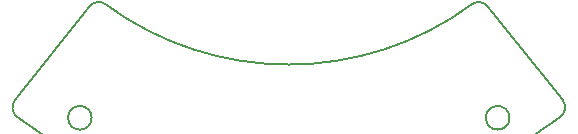
<source format=gbr>
%TF.GenerationSoftware,KiCad,Pcbnew,5.1.6*%
%TF.CreationDate,2021-03-07T15:49:58+10:30*%
%TF.ProjectId,springboard,73707269-6e67-4626-9f61-72642e6b6963,1.0*%
%TF.SameCoordinates,Original*%
%TF.FileFunction,Profile,NP*%
%FSLAX46Y46*%
G04 Gerber Fmt 4.6, Leading zero omitted, Abs format (unit mm)*
G04 Created by KiCad (PCBNEW 5.1.6) date 2021-03-07 15:49:58*
%MOMM*%
%LPD*%
G01*
G04 APERTURE LIST*
%TA.AperFunction,Profile*%
%ADD10C,0.200000*%
%TD*%
G04 APERTURE END LIST*
D10*
X173180405Y-104141573D02*
G75*
G02*
X172986529Y-105572568I-782701J-622588D01*
G01*
X172986529Y-105572568D02*
G75*
G02*
X127001015Y-105563199I-22986529J30572568D01*
G01*
X127000481Y-105562796D02*
G75*
G02*
X126819688Y-104141647I601815J798635D01*
G01*
X133125770Y-96213815D02*
X126819688Y-104141647D01*
X133125631Y-96213989D02*
G75*
G02*
X134501618Y-96031304I782747J-622341D01*
G01*
X165507753Y-96024395D02*
G75*
G02*
X134501618Y-96031304I-15507753J21024395D01*
G01*
X165507794Y-96024452D02*
G75*
G02*
X166874230Y-96213815I583828J-811878D01*
G01*
X173180312Y-104141647D02*
X166874230Y-96213815D01*
X168687500Y-105635648D02*
G75*
G03*
X168687500Y-105635648I-1000000J0D01*
G01*
X133312500Y-105635648D02*
G75*
G03*
X133312500Y-105635648I-1000000J0D01*
G01*
M02*

</source>
